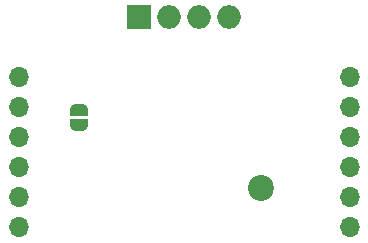
<source format=gbs>
G04 #@! TF.GenerationSoftware,KiCad,Pcbnew,7.0.1*
G04 #@! TF.CreationDate,2023-07-17T03:26:51+02:00*
G04 #@! TF.ProjectId,RS485_interface,52533438-355f-4696-9e74-657266616365,2*
G04 #@! TF.SameCoordinates,Original*
G04 #@! TF.FileFunction,Soldermask,Bot*
G04 #@! TF.FilePolarity,Negative*
%FSLAX46Y46*%
G04 Gerber Fmt 4.6, Leading zero omitted, Abs format (unit mm)*
G04 Created by KiCad (PCBNEW 7.0.1) date 2023-07-17 03:26:51*
%MOMM*%
%LPD*%
G01*
G04 APERTURE LIST*
G04 Aperture macros list*
%AMFreePoly0*
4,1,19,0.500000,-0.750000,0.000000,-0.750000,0.000000,-0.744911,-0.071157,-0.744911,-0.207708,-0.704816,-0.327430,-0.627875,-0.420627,-0.520320,-0.479746,-0.390866,-0.500000,-0.250000,-0.500000,0.250000,-0.479746,0.390866,-0.420627,0.520320,-0.327430,0.627875,-0.207708,0.704816,-0.071157,0.744911,0.000000,0.744911,0.000000,0.750000,0.500000,0.750000,0.500000,-0.750000,0.500000,-0.750000,
$1*%
%AMFreePoly1*
4,1,19,0.000000,0.744911,0.071157,0.744911,0.207708,0.704816,0.327430,0.627875,0.420627,0.520320,0.479746,0.390866,0.500000,0.250000,0.500000,-0.250000,0.479746,-0.390866,0.420627,-0.520320,0.327430,-0.627875,0.207708,-0.704816,0.071157,-0.744911,0.000000,-0.744911,0.000000,-0.750000,-0.500000,-0.750000,-0.500000,0.750000,0.000000,0.750000,0.000000,0.744911,0.000000,0.744911,
$1*%
G04 Aperture macros list end*
%ADD10FreePoly0,270.000000*%
%ADD11FreePoly1,270.000000*%
%ADD12C,2.200000*%
%ADD13R,2.000000X2.000000*%
%ADD14O,2.000000X2.000000*%
%ADD15O,1.700000X1.700000*%
G04 APERTURE END LIST*
D10*
X98500000Y-55625000D03*
D11*
X98500000Y-56925000D03*
D12*
X113940001Y-62217920D03*
D13*
X103630001Y-47755420D03*
D14*
X106170001Y-47755420D03*
D15*
X93440001Y-52835420D03*
X93440001Y-55375420D03*
X93440001Y-57915420D03*
X93440001Y-60455420D03*
X93440001Y-62995420D03*
X93440001Y-65535420D03*
X121440001Y-65535420D03*
X121440001Y-62995420D03*
X121440001Y-60455420D03*
X121440001Y-57915420D03*
X121440001Y-55375420D03*
X121440001Y-52835420D03*
D14*
X108710001Y-47755420D03*
X111250001Y-47755420D03*
M02*

</source>
